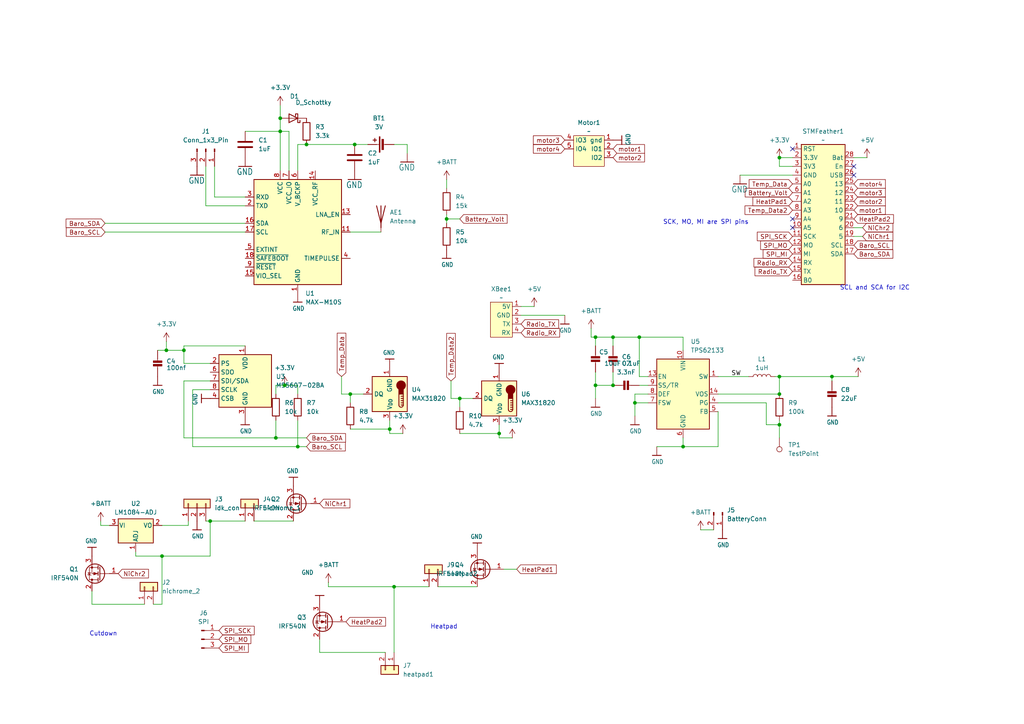
<source format=kicad_sch>
(kicad_sch (version 20231120) (generator "eeschema") (generator_version "8.0")
  (paper "A4")
  (lib_symbols
    (symbol "CloudCruiser:MotorDriver"
      (property "Reference" "Motor" (at 0 6.35 0))
      (symbol "MotorDriver_1_1"
        (pin input line (at 5.08 3.81 180) (length 2.54) (name "gnd") (number "1"))
        (pin input line (at 5.08 1.27 180) (length 2.54) (name "IO1") (number "2"))
        (pin input line (at 5.08 -1.27 180) (length 2.54) (name "IO2") (number "3"))
        (pin input line (at -8.89 3.81 0) (length 2.54) (name "IO3") (number "4"))
        (pin input line (at -8.89 1.27 0) (length 2.54) (name "IO4") (number "5"))
      )
    )
    (symbol "CloudCruiser:XbeeRadio"
      (property "Reference" "U" (at 0 8.89 0))
      (symbol "XbeeRadio_1_1"
        (pin input line (at 5.08 2.54 180) (length 2.54) (name "5V") (number "1"))
        (pin input line (at 5.08 0 180) (length 2.54) (name "GND") (number "2"))
        (pin input line (at 5.08 -2.54 180) (length 2.54) (name "TX") (number "3"))
        (pin input line (at 5.08 -5.08 180) (length 2.54) (name "RX") (number "4"))
      )
    )
    (symbol "Connector:Conn_01x02_Pin" (pin_names (offset 1.016) hide)
      (property "Reference" "J" (at 0 2.54 0))
      (property "Value" "Conn_01x02_Pin" (at 0 -5.08 0))
      (symbol "Conn_01x02_Pin_1_1"
        (pin passive line (at 5.08 0 180) (length 3.81) (name "Pin_1") (number "1"))
        (pin passive line (at 5.08 -2.54 180) (length 3.81) (name "Pin_2") (number "2"))
      )
    )
    (symbol "Connector:Conn_01x03_Pin" (pin_names (offset 1.016) hide)
      (property "Reference" "J" (at 0 5.08 0))
      (property "Value" "Conn_01x03_Pin" (at 0 -5.08 0))
      (symbol "Conn_01x03_Pin_1_1"
        (pin passive line (at 5.08 2.54 180) (length 3.81) (name "Pin_1") (number "1"))
        (pin passive line (at 5.08 0 180) (length 3.81) (name "Pin_2") (number "2"))
        (pin passive line (at 5.08 -2.54 180) (length 3.81) (name "Pin_3") (number "3"))
      )
    )
    (symbol "Connector:TestPoint" (pin_numbers hide) (pin_names (offset 0.762) hide)
      (property "Reference" "TP" (at 0 6.858 0))
      (property "Value" "TestPoint" (at 0 5.08 0))
      (symbol "TestPoint_1_1"
        (pin passive line (at 0 0 90) (length 2.54) (name "1") (number "1"))
      )
    )
    (symbol "Connector_Generic:Conn_01x02" (pin_names (offset 1.016) hide)
      (property "Reference" "J" (at 0 2.54 0))
      (property "Value" "Conn_01x02" (at 0 -5.08 0))
      (symbol "Conn_01x02_1_1"
        (pin passive line (at -5.08 0 0) (length 3.81) (name "Pin_1") (number "1"))
        (pin passive line (at -5.08 -2.54 0) (length 3.81) (name "Pin_2") (number "2"))
      )
    )
    (symbol "Connector_Generic:Conn_01x03" (pin_names (offset 1.016) hide)
      (property "Reference" "J" (at 0 5.08 0))
      (property "Value" "Conn_01x03" (at 0 -5.08 0))
      (symbol "Conn_01x03_1_1"
        (pin passive line (at -5.08 2.54 0) (length 3.81) (name "Pin_1") (number "1"))
        (pin passive line (at -5.08 0 0) (length 3.81) (name "Pin_2") (number "2"))
        (pin passive line (at -5.08 -2.54 0) (length 3.81) (name "Pin_3") (number "3"))
      )
    )
    (symbol "Device:Antenna" (pin_numbers hide) (pin_names (offset 1.016) hide)
      (property "Reference" "AE" (at -1.905 1.905 0))
      (property "Value" "Antenna" (at -1.905 0 0))
      (symbol "Antenna_1_1"
        (pin input line (at 0 -5.08 90) (length 2.54) (name "A") (number "1"))
      )
    )
    (symbol "Device:Battery_Cell" (pin_numbers hide) (pin_names (offset 0) hide)
      (property "Reference" "BT" (at 2.54 2.54 0))
      (property "Value" "Battery_Cell" (at 2.54 0 0))
      (symbol "Battery_Cell_1_1"
        (pin passive line (at 0 5.08 270) (length 2.54) (name "+") (number "1"))
        (pin passive line (at 0 -2.54 90) (length 2.54) (name "-") (number "2"))
      )
    )
    (symbol "Device:C" (pin_numbers hide) (pin_names (offset 0.254))
      (property "Reference" "C" (at 0.635 2.54 0))
      (property "Value" "C" (at 0.635 -2.54 0))
      (symbol "C_1_1"
        (pin passive line (at 0 3.81 270) (length 2.794) (name "~") (number "1"))
        (pin passive line (at 0 -3.81 90) (length 2.794) (name "~") (number "2"))
      )
    )
    (symbol "Device:D_Schottky" (pin_numbers hide) (pin_names (offset 1.016) hide)
      (property "Reference" "D" (at 0 2.54 0))
      (property "Value" "D_Schottky" (at 0 -2.54 0))
      (symbol "D_Schottky_1_1"
        (pin passive line (at -3.81 0 0) (length 2.54) (name "K") (number "1"))
        (pin passive line (at 3.81 0 180) (length 2.54) (name "A") (number "2"))
      )
    )
    (symbol "Device:L" (pin_numbers hide) (pin_names (offset 1.016) hide)
      (property "Reference" "L" (at -1.27 0 90))
      (property "Value" "L" (at 1.905 0 90))
      (symbol "L_1_1"
        (pin passive line (at 0 3.81 270) (length 1.27) (name "1") (number "1"))
        (pin passive line (at 0 -3.81 90) (length 1.27) (name "2") (number "2"))
      )
    )
    (symbol "Device:R" (pin_numbers hide) (pin_names (offset 0))
      (property "Reference" "R" (at 2.032 0 90))
      (property "Value" "R" (at 0 0 90))
      (symbol "R_1_1"
        (pin passive line (at 0 3.81 270) (length 1.27) (name "~") (number "1"))
        (pin passive line (at 0 -3.81 90) (length 1.27) (name "~") (number "2"))
      )
    )
    (symbol "FeatherF405_1"
      (property "Reference" "STMFeather1" (at -1.27 15.24 0))
      (property "Value" "~" (at -1.27 12.7 0))
      (symbol "FeatherF405_1_1_1"
        (pin input line (at -10.16 10.16 0) (length 2.54) (name "RST") (number "1"))
        (pin input line (at -10.16 -12.7 0) (length 2.54) (name "A5") (number "10"))
        (pin input line (at -10.16 -15.24 0) (length 2.54) (name "SCK") (number "11"))
        (pin input line (at -10.16 -17.78 0) (length 2.54) (name "MO") (number "12"))
        (pin input line (at -10.16 -20.32 0) (length 2.54) (name "MI") (number "13"))
        (pin input line (at -10.16 -22.86 0) (length 2.54) (name "RX") (number "14"))
        (pin input line (at -10.16 -25.4 0) (length 2.54) (name "TX") (number "15"))
        (pin input line (at -10.16 -27.94 0) (length 2.54) (name "B0") (number "16"))
        (pin input line (at 7.62 -20.32 180) (length 2.54) (name "SDA") (number "17"))
        (pin input line (at 7.62 -17.78 180) (length 2.54) (name "SCL") (number "18"))
        (pin input line (at 7.62 -15.24 180) (length 2.54) (name "5") (number "19"))
        (pin input line (at -10.16 7.62 0) (length 2.54) (name "3.3V") (number "2"))
        (pin input line (at 7.62 -12.7 180) (length 2.54) (name "6") (number "20"))
        (pin input line (at 7.62 -10.16 180) (length 2.54) (name "9") (number "21"))
        (pin input line (at 7.62 -7.62 180) (length 2.54) (name "10") (number "22"))
        (pin input line (at 7.62 -5.08 180) (length 2.54) (name "11") (number "23"))
        (pin input line (at 7.62 -2.54 180) (length 2.54) (name "12") (number "24"))
        (pin input line (at 7.62 0 180) (length 2.54) (name "13") (number "25"))
        (pin input line (at 7.62 2.54 180) (length 2.54) (name "USB") (number "26"))
        (pin input line (at 7.62 5.08 180) (length 2.54) (name "En") (number "27"))
        (pin input line (at 7.62 7.62 180) (length 2.54) (name "Bat") (number "28"))
        (pin input line (at -10.16 5.08 0) (length 2.54) (name "3V3") (number "3"))
        (pin input line (at -10.16 2.54 0) (length 2.54) (name "GND") (number "4"))
        (pin input line (at -10.16 0 0) (length 2.54) (name "A0") (number "5"))
        (pin input line (at -10.16 -2.54 0) (length 2.54) (name "A1") (number "6"))
        (pin input line (at -10.16 -5.08 0) (length 2.54) (name "A2") (number "7"))
        (pin input line (at -10.16 -7.62 0) (length 2.54) (name "A3") (number "8"))
        (pin input line (at -10.16 -10.16 0) (length 2.54) (name "A4") (number "9"))
      )
    )
    (symbol "Ngo_Andrew_GHOUL_Draft-eagle-import:CAP_CERAMIC0603_NO"
      (property "Reference" "C" (at -2.29 1.25 90))
      (symbol "CAP_CERAMIC0603_NO_1_0"
        (pin passive line (at 0 5.08 270) (length 2.54) (name "1") (number "1"))
        (pin passive line (at 0 -2.54 90) (length 2.54) (name "2") (number "2"))
      )
    )
    (symbol "Ngo_Andrew_GHOUL_Draft-eagle-import:GND" (power)
      (symbol "GND_1_0"
        (pin power_in line (at 0 2.54 270) (length 2.54) (name "GND") (number "1"))
      )
    )
    (symbol "Ngo_Andrew_GHOUL_Draft-eagle-import:supply1_GND" (power)
      (symbol "supply1_GND_1_0"
        (pin power_in line (at 0 2.54 270) (length 2.54) (name "GND") (number "1"))
      )
    )
    (symbol "RF_GPS:MAX-M10S"
      (property "Reference" "U" (at -10.16 16.51 0))
      (property "Value" "MAX-M10S" (at 11.43 16.51 0))
      (symbol "MAX-M10S_1_1"
        (pin power_in line (at 0 -17.78 90) (length 2.54) (name "GND") (number "1"))
        (pin passive line (at 0 -17.78 90) (length 2.54) hide (name "GND") (number "10"))
        (pin input line (at 15.24 0 180) (length 2.54) (name "RF_IN") (number "11"))
        (pin passive line (at 0 -17.78 90) (length 2.54) hide (name "GND") (number "12"))
        (pin output line (at 15.24 5.08 180) (length 2.54) (name "LNA_EN") (number "13"))
        (pin power_out line (at 5.08 17.78 270) (length 2.54) (name "VCC_RF") (number "14"))
        (pin input line (at -15.24 -12.7 0) (length 2.54) (name "VIO_SEL") (number "15"))
        (pin bidirectional line (at -15.24 2.54 0) (length 2.54) (name "SDA") (number "16"))
        (pin input line (at -15.24 0 0) (length 2.54) (name "SCL") (number "17"))
        (pin input line (at -15.24 -7.62 0) (length 2.54) (name "~{SAFEBOOT}") (number "18"))
        (pin output line (at -15.24 7.62 0) (length 2.54) (name "TXD") (number "2"))
        (pin input line (at -15.24 10.16 0) (length 2.54) (name "RXD") (number "3"))
        (pin output line (at 15.24 -7.62 180) (length 2.54) (name "TIMEPULSE") (number "4"))
        (pin input line (at -15.24 -5.08 0) (length 2.54) (name "EXTINT") (number "5"))
        (pin power_in line (at 0 17.78 270) (length 2.54) (name "V_BCKP") (number "6"))
        (pin power_in line (at -2.54 17.78 270) (length 2.54) (name "VCC_IO") (number "7"))
        (pin power_in line (at -5.08 17.78 270) (length 2.54) (name "VCC") (number "8"))
        (pin input line (at -15.24 -10.16 0) (length 2.54) (name "~{RESET}") (number "9"))
      )
    )
    (symbol "Regulator_Linear:LM1084-ADJ" (pin_names (offset 0.254))
      (property "Reference" "U" (at -3.81 3.175 0))
      (property "Value" "LM1084-ADJ" (at 0 3.175 0))
      (symbol "LM1084-ADJ_1_1"
        (pin input line (at 0 -7.62 90) (length 2.54) (name "ADJ") (number "1"))
        (pin power_out line (at 7.62 0 180) (length 2.54) (name "VO") (number "2"))
        (pin power_in line (at -7.62 0 0) (length 2.54) (name "VI") (number "3"))
      )
    )
    (symbol "Regulator_Switching:TPS62133" (pin_names (offset 0.254))
      (property "Reference" "U" (at 3.81 13.97 0))
      (property "Value" "TPS62133" (at 3.81 11.43 0))
      (symbol "TPS62133_1_1"
        (pin output line (at 10.16 5.08 180) (length 2.54) (name "SW") (number "1"))
        (pin power_in line (at 0 12.7 270) (length 2.54) (name "VIN") (number "10"))
        (pin passive line (at 0 12.7 270) (length 2.54) hide (name "VIN") (number "11"))
        (pin passive line (at 0 12.7 270) (length 2.54) hide (name "VIN") (number "12"))
        (pin input line (at -10.16 5.08 0) (length 2.54) (name "EN") (number "13"))
        (pin input line (at 10.16 0 180) (length 2.54) (name "VOS") (number "14"))
        (pin passive line (at 0 -12.7 90) (length 2.54) hide (name "GND") (number "15"))
        (pin passive line (at 0 -12.7 90) (length 2.54) hide (name "GND") (number "16"))
        (pin passive line (at 0 -12.7 90) (length 2.54) hide (name "GND") (number "17"))
        (pin passive line (at 10.16 5.08 180) (length 2.54) hide (name "SW") (number "2"))
        (pin passive line (at 10.16 5.08 180) (length 2.54) hide (name "SW") (number "3"))
        (pin open_collector line (at 10.16 -2.54 180) (length 2.54) (name "PG") (number "4"))
        (pin input line (at 10.16 -5.08 180) (length 2.54) (name "FB") (number "5"))
        (pin power_in line (at 0 -12.7 90) (length 2.54) (name "GND") (number "6"))
        (pin input line (at -10.16 -2.54 0) (length 2.54) (name "FSW") (number "7"))
        (pin input line (at -10.16 0 0) (length 2.54) (name "DEF") (number "8"))
        (pin input line (at -10.16 2.54 0) (length 2.54) (name "SS/TR") (number "9"))
      )
    )
    (symbol "Sensor_Pressure:MS5607-02BA"
      (property "Reference" "U" (at -6.35 8.89 0))
      (property "Value" "MS5607-02BA" (at 7.62 8.89 0))
      (symbol "MS5607-02BA_1_1"
        (pin power_in line (at 0 10.16 270) (length 2.54) (name "VDD") (number "1"))
        (pin input line (at -10.16 5.08 0) (length 2.54) (name "PS") (number "2"))
        (pin power_in line (at 0 -10.16 90) (length 2.54) (name "GND") (number "3"))
        (pin input line (at -10.16 -5.08 0) (length 2.54) (name "CSB") (number "4"))
        (pin input line (at -10.16 -5.08 0) (length 2.54) hide (name "CSB") (number "5"))
        (pin output line (at -10.16 2.54 0) (length 2.54) (name "SDO") (number "6"))
        (pin bidirectional line (at -10.16 0 0) (length 2.54) (name "SDI/SDA") (number "7"))
        (pin input line (at -10.16 -2.54 0) (length 2.54) (name "SCLK") (number "8"))
      )
    )
    (symbol "Sensor_Temperature:MAX31820"
      (property "Reference" "U" (at -3.81 6.35 0))
      (property "Value" "MAX31820" (at 6.35 6.35 0))
      (symbol "MAX31820_1_1"
        (pin power_in line (at 0 -7.62 90) (length 2.54) (name "GND") (number "1"))
        (pin bidirectional line (at 7.62 0 180) (length 2.54) (name "DQ") (number "2"))
        (pin power_in line (at 0 7.62 270) (length 2.54) (name "V_{DD}") (number "3"))
      )
    )
    (symbol "Transistor_FET:IRF540N" (pin_names hide)
      (property "Reference" "Q" (at 5.08 1.905 0))
      (property "Value" "IRF540N" (at 5.08 0 0))
      (symbol "IRF540N_1_1"
        (pin input line (at -5.08 0 0) (length 2.54) (name "G") (number "1"))
        (pin passive line (at 2.54 5.08 270) (length 2.54) (name "D") (number "2"))
        (pin passive line (at 2.54 -5.08 90) (length 2.54) (name "S") (number "3"))
      )
    )
    (symbol "power:+3.3V" (power) (pin_numbers hide) (pin_names (offset 0) hide)
      (property "Value" "+3.3V" (at 0 3.556 0))
      (symbol "+3.3V_1_1"
        (pin power_in line (at 0 0 90) (length 0) (name "~") (number "1"))
      )
    )
    (symbol "power:+5V" (power) (pin_numbers hide) (pin_names (offset 0) hide)
      (property "Value" "+5V" (at 0 3.556 0))
      (symbol "+5V_1_1"
        (pin power_in line (at 0 0 90) (length 0) (name "~") (number "1"))
      )
    )
    (symbol "power:+BATT" (power) (pin_numbers hide) (pin_names (offset 0) hide)
      (property "Value" "+BATT" (at 0 3.556 0))
      (symbol "+BATT_1_1"
        (pin power_in line (at 0 0 90) (length 0) (name "~") (number "1"))
      )
    )
  )
  (junction (at 81.28 38.1))
  (junction (at 226.06 45.72))
  (junction (at 172.72 97.79))
  (junction (at 241.3 109.22))
  (junction (at 177.8 111.76))
  (junction (at 48.26 101.6))
  (junction (at 101.6 114.3))
  (junction (at 172.72 111.76))
  (junction (at 177.8 97.79))
  (junction (at 185.42 97.79))
  (junction (at 88.9 41.91))
  (junction (at 82.55 111.76))
  (junction (at 226.06 123.19))
  (junction (at 113.03 124.46))
  (junction (at 133.35 115.57))
  (junction (at 46.99 161.29))
  (junction (at 80.01 127))
  (junction (at 60.96 151.13))
  (junction (at 226.06 109.22))
  (junction (at 226.06 114.3))
  (junction (at 114.3 170.18))
  (junction (at 184.15 116.84))
  (junction (at 86.36 129.54))
  (junction (at 198.12 129.54))
  (junction (at 144.78 125.73))
  (junction (at 102.87 41.91))
  (junction (at 129.54 63.5))
  (junction (at 53.34 101.6))
  (junction (at 81.28 34.29))
  (no_connect (at 229.87 63.5))
  (no_connect (at 247.65 48.26))
  (no_connect (at 229.87 43.18))
  (no_connect (at 229.87 66.04))
  (no_connect (at 247.65 50.8))
  (wire (pts (xy 116.84 125.73) (xy 113.03 125.73)))
  (wire (pts (xy 55.88 129.54) (xy 86.36 129.54)))
  (wire (pts (xy 203.2 153.67) (xy 207.01 153.67)))
  (wire (pts (xy 190.5 129.54) (xy 198.12 129.54)))
  (wire (pts (xy 177.8 107.95) (xy 177.8 111.76)))
  (wire (pts (xy 54.61 151.13) (xy 54.61 152.4)))
  (wire (pts (xy 172.72 115.57) (xy 172.72 111.76)))
  (wire (pts (xy 184.15 116.84) (xy 184.15 120.65)))
  (wire (pts (xy 30.48 64.77) (xy 71.12 64.77)))
  (wire (pts (xy 60.96 151.13) (xy 71.12 151.13)))
  (wire (pts (xy 172.72 107.95) (xy 172.72 111.76)))
  (wire (pts (xy 172.72 97.79) (xy 177.8 97.79)))
  (wire (pts (xy 59.69 59.69) (xy 71.12 59.69)))
  (wire (pts (xy 187.96 116.84) (xy 184.15 116.84)))
  (wire (pts (xy 226.06 48.26) (xy 226.06 45.72)))
  (wire (pts (xy 171.45 97.79) (xy 172.72 97.79)))
  (wire (pts (xy 60.96 113.03) (xy 55.88 113.03)))
  (wire (pts (xy 86.36 111.76) (xy 82.55 111.76)))
  (wire (pts (xy 146.05 165.1) (xy 149.86 165.1)))
  (wire (pts (xy 118.11 41.91) (xy 118.11 44.45)))
  (wire (pts (xy 102.87 41.91) (xy 106.68 41.91)))
  (wire (pts (xy 129.54 52.07) (xy 129.54 54.61)))
  (wire (pts (xy 71.12 38.1) (xy 81.28 38.1)))
  (wire (pts (xy 95.25 170.18) (xy 114.3 170.18)))
  (wire (pts (xy 81.28 34.29) (xy 81.28 38.1)))
  (wire (pts (xy 29.21 151.13) (xy 29.21 152.4)))
  (wire (pts (xy 208.28 114.3) (xy 226.06 114.3)))
  (wire (pts (xy 41.91 175.26) (xy 26.67 175.26)))
  (wire (pts (xy 184.15 114.3) (xy 184.15 116.84)))
  (wire (pts (xy 144.78 125.73) (xy 144.78 123.19)))
  (wire (pts (xy 124.46 170.18) (xy 114.3 170.18)))
  (wire (pts (xy 177.8 97.79) (xy 185.42 97.79)))
  (wire (pts (xy 214.63 50.8) (xy 229.87 50.8)))
  (wire (pts (xy 226.06 123.19) (xy 226.06 127)))
  (wire (pts (xy 198.12 129.54) (xy 208.28 129.54)))
  (wire (pts (xy 44.45 175.26) (xy 46.99 175.26)))
  (wire (pts (xy 60.96 110.49) (xy 53.34 110.49)))
  (wire (pts (xy 133.35 115.57) (xy 133.35 118.11)))
  (wire (pts (xy 172.72 97.79) (xy 172.72 100.33)))
  (wire (pts (xy 88.9 41.91) (xy 102.87 41.91)))
  (wire (pts (xy 30.48 67.31) (xy 71.12 67.31)))
  (wire (pts (xy 185.42 97.79) (xy 185.42 109.22)))
  (wire (pts (xy 99.06 109.22) (xy 99.06 114.3)))
  (wire (pts (xy 73.66 151.13) (xy 85.09 151.13)))
  (wire (pts (xy 133.35 125.73) (xy 144.78 125.73)))
  (wire (pts (xy 113.03 125.73) (xy 113.03 124.46)))
  (wire (pts (xy 101.6 114.3) (xy 101.6 116.84)))
  (wire (pts (xy 101.6 114.3) (xy 99.06 114.3)))
  (wire (pts (xy 83.82 38.1) (xy 83.82 49.53)))
  (wire (pts (xy 29.21 152.4) (xy 31.75 152.4)))
  (wire (pts (xy 187.96 114.3) (xy 184.15 114.3)))
  (wire (pts (xy 86.36 121.92) (xy 86.36 129.54)))
  (wire (pts (xy 62.23 57.15) (xy 71.12 57.15)))
  (wire (pts (xy 86.36 41.91) (xy 88.9 41.91)))
  (wire (pts (xy 226.06 45.72) (xy 229.87 45.72)))
  (wire (pts (xy 26.67 175.26) (xy 26.67 171.45)))
  (wire (pts (xy 114.3 41.91) (xy 118.11 41.91)))
  (wire (pts (xy 105.41 114.3) (xy 101.6 114.3)))
  (wire (pts (xy 39.37 160.02) (xy 39.37 161.29)))
  (wire (pts (xy 39.37 161.29) (xy 46.99 161.29)))
  (wire (pts (xy 45.72 101.6) (xy 48.26 101.6)))
  (wire (pts (xy 46.99 175.26) (xy 46.99 161.29)))
  (wire (pts (xy 187.96 109.22) (xy 185.42 109.22)))
  (wire (pts (xy 129.54 62.23) (xy 129.54 63.5)))
  (wire (pts (xy 81.28 30.48) (xy 81.28 34.29)))
  (wire (pts (xy 247.65 45.72) (xy 251.46 45.72)))
  (wire (pts (xy 177.8 97.79) (xy 177.8 100.33)))
  (wire (pts (xy 113.03 124.46) (xy 113.03 121.92)))
  (wire (pts (xy 81.28 38.1) (xy 81.28 49.53)))
  (wire (pts (xy 92.71 189.23) (xy 92.71 185.42)))
  (wire (pts (xy 127 170.18) (xy 138.43 170.18)))
  (wire (pts (xy 129.54 63.5) (xy 133.35 63.5)))
  (wire (pts (xy 53.34 127) (xy 80.01 127)))
  (wire (pts (xy 81.28 38.1) (xy 83.82 38.1)))
  (wire (pts (xy 144.78 127) (xy 144.78 125.73)))
  (wire (pts (xy 86.36 114.3) (xy 86.36 111.76)))
  (wire (pts (xy 148.59 127) (xy 144.78 127)))
  (wire (pts (xy 86.36 129.54) (xy 88.9 129.54)))
  (wire (pts (xy 229.87 48.26) (xy 226.06 48.26)))
  (wire (pts (xy 198.12 127) (xy 198.12 129.54)))
  (wire (pts (xy 222.25 116.84) (xy 222.25 123.19)))
  (wire (pts (xy 95.25 168.91) (xy 95.25 170.18)))
  (wire (pts (xy 114.3 170.18) (xy 114.3 189.23)))
  (wire (pts (xy 172.72 111.76) (xy 177.8 111.76)))
  (wire (pts (xy 185.42 97.79) (xy 198.12 97.79)))
  (wire (pts (xy 226.06 121.92) (xy 226.06 123.19)))
  (wire (pts (xy 55.88 113.03) (xy 55.88 129.54)))
  (wire (pts (xy 101.6 124.46) (xy 113.03 124.46)))
  (wire (pts (xy 185.42 111.76) (xy 187.96 111.76)))
  (wire (pts (xy 208.28 116.84) (xy 222.25 116.84)))
  (wire (pts (xy 241.3 109.22) (xy 248.92 109.22)))
  (wire (pts (xy 208.28 109.22) (xy 217.17 109.22)))
  (wire (pts (xy 53.34 100.33) (xy 71.12 100.33)))
  (wire (pts (xy 86.36 49.53) (xy 86.36 41.91)))
  (wire (pts (xy 130.81 110.49) (xy 130.81 115.57)))
  (wire (pts (xy 208.28 129.54) (xy 208.28 119.38)))
  (wire (pts (xy 80.01 127) (xy 88.9 127)))
  (wire (pts (xy 59.69 48.26) (xy 59.69 59.69)))
  (wire (pts (xy 171.45 95.25) (xy 171.45 97.79)))
  (wire (pts (xy 241.3 109.22) (xy 241.3 110.49)))
  (wire (pts (xy 46.99 152.4) (xy 54.61 152.4)))
  (wire (pts (xy 53.34 110.49) (xy 53.34 127)))
  (wire (pts (xy 222.25 123.19) (xy 226.06 123.19)))
  (wire (pts (xy 46.99 161.29) (xy 60.96 161.29)))
  (wire (pts (xy 80.01 111.76) (xy 80.01 114.3)))
  (wire (pts (xy 80.01 121.92) (xy 80.01 127)))
  (wire (pts (xy 60.96 161.29) (xy 60.96 151.13)))
  (wire (pts (xy 129.54 63.5) (xy 129.54 64.77)))
  (wire (pts (xy 137.16 115.57) (xy 133.35 115.57)))
  (wire (pts (xy 48.26 99.06) (xy 48.26 101.6)))
  (wire (pts (xy 224.79 109.22) (xy 226.06 109.22)))
  (wire (pts (xy 62.23 48.26) (xy 62.23 57.15)))
  (wire (pts (xy 101.6 67.31) (xy 110.49 67.31)))
  (wire (pts (xy 226.06 109.22) (xy 241.3 109.22)))
  (wire (pts (xy 53.34 100.33) (xy 53.34 101.6)))
  (wire (pts (xy 48.26 101.6) (xy 53.34 101.6)))
  (wire (pts (xy 60.96 105.41) (xy 53.34 105.41)))
  (wire (pts (xy 82.55 111.76) (xy 80.01 111.76)))
  (wire (pts (xy 247.65 68.58) (xy 250.19 68.58)))
  (wire (pts (xy 226.06 109.22) (xy 226.06 114.3)))
  (wire (pts (xy 92.71 189.23) (xy 111.76 189.23)))
  (wire (pts (xy 133.35 115.57) (xy 130.81 115.57)))
  (wire (pts (xy 250.19 66.04) (xy 247.65 66.04)))
  (wire (pts (xy 53.34 101.6) (xy 53.34 105.41)))
  (wire (pts (xy 151.13 88.9) (xy 154.94 88.9)))
  (wire (pts (xy 59.69 151.13) (xy 60.96 151.13)))
  (wire (pts (xy 198.12 97.79) (xy 198.12 101.6)))
  (wire (pts (xy 151.13 91.44) (xy 163.83 91.44)))
  (text "Heatpad" (at 128.778 181.864 0) (effects (font (size 1.27 1.27))))
  (text "Cutdown\n" (at 29.972 183.896 0) (effects (font (size 1.27 1.27))))
  (text "SCL and SCA for I2C\n" (at 253.746 83.566 0) (effects (font (size 1.27 1.27))))
  (text "SCK, MO, MI are SPI pins" (at 204.724 64.516 0) (effects (font (size 1.27 1.27))))
  (label "SW" (at 212.09 109.22 0))
  (global_label "SPI_MO" (shape input) (at 229.87 71.12 180) (property "Intersheetrefs" "${INTERSHEET_REFS}" (effects (hide yes))))
  (global_label "motor2" (shape input) (at 177.8 45.72 0) (property "Intersheetrefs" "${INTERSHEET_REFS}" (effects (hide yes))))
  (global_label "NiChr1" (shape input) (at 250.19 68.58 0) (property "Intersheetrefs" "${INTERSHEET_REFS}" (effects (hide yes))))
  (global_label "Baro_SCL" (shape input) (at 30.48 67.31 180) (property "Intersheetrefs" "${INTERSHEET_REFS}" (effects (hide yes))))
  (global_label "Temp_Data" (shape input) (at 99.06 109.22 90) (property "Intersheetrefs" "${INTERSHEET_REFS}" (effects (hide yes))))
  (global_label "Baro_SCL" (shape input) (at 88.9 129.54 0) (property "Intersheetrefs" "${INTERSHEET_REFS}" (effects (hide yes))))
  (global_label "SPI_MI" (shape input) (at 229.87 73.66 180) (property "Intersheetrefs" "${INTERSHEET_REFS}" (effects (hide yes))))
  (global_label "Temp_Data" (shape input) (at 229.87 53.34 180) (property "Intersheetrefs" "${INTERSHEET_REFS}" (effects (hide yes))))
  (global_label "motor2" (shape input) (at 247.65 58.42 0) (property "Intersheetrefs" "${INTERSHEET_REFS}" (effects (hide yes))))
  (global_label "SPI_MO" (shape input) (at 63.5 185.42 0) (property "Intersheetrefs" "${INTERSHEET_REFS}" (effects (hide yes))))
  (global_label "Radio_TX" (shape input) (at 229.87 78.74 180) (property "Intersheetrefs" "${INTERSHEET_REFS}" (effects (hide yes))))
  (global_label "Battery_Volt" (shape input) (at 229.87 55.88 180) (property "Intersheetrefs" "${INTERSHEET_REFS}" (effects (hide yes))))
  (global_label "motor1" (shape input) (at 177.8 43.18 0) (property "Intersheetrefs" "${INTERSHEET_REFS}" (effects (hide yes))))
  (global_label "Baro_SDA" (shape input) (at 88.9 127 0) (property "Intersheetrefs" "${INTERSHEET_REFS}" (effects (hide yes))))
  (global_label "NiChr2" (shape input) (at 250.19 66.04 0) (property "Intersheetrefs" "${INTERSHEET_REFS}" (effects (hide yes))))
  (global_label "SPI_MI" (shape input) (at 63.5 187.96 0) (property "Intersheetrefs" "${INTERSHEET_REFS}" (effects (hide yes))))
  (global_label "motor3" (shape input) (at 163.83 40.64 180) (property "Intersheetrefs" "${INTERSHEET_REFS}" (effects (hide yes))))
  (global_label "motor1" (shape input) (at 247.65 60.96 0) (property "Intersheetrefs" "${INTERSHEET_REFS}" (effects (hide yes))))
  (global_label "SPI_SCK" (shape input) (at 63.5 182.88 0) (property "Intersheetrefs" "${INTERSHEET_REFS}" (effects (hide yes))))
  (global_label "Temp_Data2" (shape input) (at 229.87 60.96 180) (property "Intersheetrefs" "${INTERSHEET_REFS}" (effects (hide yes))))
  (global_label "NiChr2" (shape input) (at 34.29 166.37 0) (property "Intersheetrefs" "${INTERSHEET_REFS}" (effects (hide yes))))
  (global_label "Baro_SDA" (shape input) (at 247.65 73.66 0) (property "Intersheetrefs" "${INTERSHEET_REFS}" (effects (hide yes))))
  (global_label "HeatPad2" (shape input) (at 247.65 63.5 0) (property "Intersheetrefs" "${INTERSHEET_REFS}" (effects (hide yes))))
  (global_label "Battery_Volt" (shape input) (at 133.35 63.5 0) (property "Intersheetrefs" "${INTERSHEET_REFS}" (effects (hide yes))))
  (global_label "HeatPad1" (shape input) (at 229.87 58.42 180) (property "Intersheetrefs" "${INTERSHEET_REFS}" (effects (hide yes))))
  (global_label "Radio_RX" (shape input) (at 229.87 76.2 180) (property "Intersheetrefs" "${INTERSHEET_REFS}" (effects (hide yes))))
  (global_label "Radio_RX" (shape input) (at 151.13 96.52 0) (property "Intersheetrefs" "${INTERSHEET_REFS}" (effects (hide yes))))
  (global_label "NiChr1" (shape input) (at 92.71 146.05 0) (property "Intersheetrefs" "${INTERSHEET_REFS}" (effects (hide yes))))
  (global_label "Baro_SDA" (shape input) (at 30.48 64.77 180) (property "Intersheetrefs" "${INTERSHEET_REFS}" (effects (hide yes))))
  (global_label "Baro_SCL" (shape input) (at 247.65 71.12 0) (property "Intersheetrefs" "${INTERSHEET_REFS}" (effects (hide yes))))
  (global_label "motor4" (shape input) (at 163.83 43.18 180) (property "Intersheetrefs" "${INTERSHEET_REFS}" (effects (hide yes))))
  (global_label "motor4" (shape input) (at 247.65 53.34 0) (property "Intersheetrefs" "${INTERSHEET_REFS}" (effects (hide yes))))
  (global_label "motor3" (shape input) (at 247.65 55.88 0) (property "Intersheetrefs" "${INTERSHEET_REFS}" (effects (hide yes))))
  (global_label "HeatPad2" (shape input) (at 100.33 180.34 0) (property "Intersheetrefs" "${INTERSHEET_REFS}" (effects (hide yes))))
  (global_label "Temp_Data2" (shape input) (at 130.81 110.49 90) (property "Intersheetrefs" "${INTERSHEET_REFS}" (effects (hide yes))))
  (global_label "SPI_SCK" (shape input) (at 229.87 68.58 180) (property "Intersheetrefs" "${INTERSHEET_REFS}" (effects (hide yes))))
  (global_label "HeatPad1" (shape input) (at 149.86 165.1 0) (property "Intersheetrefs" "${INTERSHEET_REFS}" (effects (hide yes))))
  (global_label "Radio_TX" (shape input) (at 151.13 93.98 0) (property "Intersheetrefs" "${INTERSHEET_REFS}" (effects (hide yes))))
  (symbol (lib_id "Device:Antenna") (at 110.49 62.23 0) (unit 1)
    (property "Reference" "AE1" (at 113.03 61.5949 0) (effects (justify left)))
    (property "Value" "Antenna" (at 113.03 64.1349 0) (effects (justify left)))
    (property "Footprint" "CloudCruiser_footprint:ANT_1575AT_JOT-M" (effects (hide yes)))
    (property "Description" "Antenna" (effects (hide yes)))
  )
  (symbol (lib_id "Connector:TestPoint") (at 226.06 127 180) (unit 1)
    (property "Reference" "TP1" (at 228.6 129.0319 0) (effects (justify right)))
    (property "Value" "TestPoint" (at 228.6 131.5719 0) (effects (justify right)))
    (property "Footprint" "TestPoint:TestPoint_Keystone_5000-5004_Miniature" (effects (hide yes)))
    (property "Description" "test point" (effects (hide yes)))
  )
  (symbol (lib_id "Device:R") (at 101.6 120.65 0) (unit 1)
    (property "Reference" "R8" (at 104.14 119.3799 0) (effects (justify left)))
    (property "Value" "4.7k" (at 104.14 121.9199 0) (effects (justify left)))
    (property "Footprint" "Resistor_SMD:R_0603_1608Metric_Pad0.98x0.95mm_HandSolder" (effects (hide yes)))
    (property "Description" "Resistor" (effects (hide yes)))
  )
  (symbol (lib_id "Device:R") (at 88.9 38.1 180) (unit 1)
    (property "Reference" "R3" (at 91.44 36.8299 0) (effects (justify right)))
    (property "Value" "3.3k" (at 91.44 39.3699 0) (effects (justify right)))
    (property "Footprint" "Resistor_SMD:R_0603_1608Metric_Pad0.98x0.95mm_HandSolder" (effects (hide yes)))
    (property "Description" "Resistor" (effects (hide yes)))
  )
  (symbol (lib_id "Sensor_Pressure:MS5607-02BA") (at 71.12 110.49 0) (unit 1)
    (property "Reference" "U3" (at 80.01 109.2199 0) (effects (justify left)))
    (property "Value" "MS5607-02BA" (at 80.01 111.7599 0) (effects (justify left)))
    (property "Footprint" "Package_LGA:LGA-8_3x5mm_P1.25mm" (effects (hide yes)))
    (property "Datasheet" "https://www.te.com/commerce/DocumentDelivery/DDEController?Action=showdoc&DocId=Data+Sheet%7FMS5607-02BA03%7FB2%7Fpdf%7FEnglish%7FENG_DS_MS5607-02BA03_B2.pdf%7FCAT-BLPS0035" (effects (hide yes)))
    (property "Description" "Barometric pressure sensor, 20cm resolution, 10 to 1200 mbar, I2C and SPI interface up to 20MHz, LGA-8" (effects (hide yes)))
  )
  (symbol (lib_id "power:+5V") (at 248.92 109.22 0) (unit 1)
    (property "Reference" "#PWR07" (effects (hide yes)))
    (property "Value" "+5V" (at 248.92 104.14 0))
    (property "Description" "Power symbol creates a global label with name \"+5V\"" (effects (hide yes)))
  )
  (symbol (lib_id "power:+3.3V") (at 81.28 30.48 0) (unit 1)
    (property "Reference" "#PWR012" (effects (hide yes)))
    (property "Value" "+3.3V" (at 81.28 25.4 0))
    (property "Description" "Power symbol creates a global label with name \"+3.3V\"" (effects (hide yes)))
  )
  (symbol (lib_id "Ngo_Andrew_GHOUL_Draft-eagle-import:CAP_CERAMIC0603_NO") (at 177.8 105.41 0) (unit 1)
    (property "Reference" "C6" (at 180.34 103.5049 0) (effects (justify left)))
    (property "Value" "0.1uF" (at 180.34 105.41 0) (effects (justify left)))
    (property "Footprint" "Capacitor_SMD:C_0603_1608Metric_Pad1.08x0.95mm_HandSolder" (effects (hide yes)))
    (property "Description" "Ceramic Capacitors\n\nFor new designs, use the packages preceded by an '_' character since they are more reliable:\n\nThe following footprints should be used on most boards:\n\n• _0402 - Standard footprint for regular board layouts\n• _0603 - Standard footprint for regular board layouts\n• _0805 - Standard footprint for regular board layouts\n• _1206 - Standard footprint for regular board layouts\n\nFor extremely tight-pitch boards where space is at a premium, the following 'micro-pitch' footprints can be used (smaller pads, no silkscreen outline, etc.):\n\n• _0402MP - Micro-pitch footprint for very dense/compact boards\n• _0603MP - Micro-pitch footprint for very dense/compact boards\n• _0805MP - Micro-pitch footprint for very dense/compact boards\n• _1206MP - Micro-pitch footprint for very dense/compact boards" (effects (hide yes)))
  )
  (symbol (lib_id "Ngo_Andrew_GHOUL_Draft-eagle-import:GND") (at 163.83 93.98 0) (unit 1)
    (property "Reference" "#U$016" (effects (hide yes)))
    (property "Value" "GND" (at 162.306 96.52 0) (effects (font (size 1.27 1.0795)) (justify left bottom)))
  )
  (symbol (lib_id "Transistor_FET:IRF540N") (at 29.21 166.37 180) (unit 1)
    (property "Reference" "Q1" (at 22.86 165.0999 0) (effects (justify left)))
    (property "Value" "IRF540N" (at 22.86 167.6399 0) (effects (justify left)))
    (property "Footprint" "Package_TO_SOT_THT:TO-220-3_Vertical" (effects (hide yes)))
    (property "Datasheet" "http://www.irf.com/product-info/datasheets/data/irf540n.pdf" (effects (hide yes)))
    (property "Description" "33A Id, 100V Vds, HEXFET N-Channel MOSFET, TO-220" (effects (hide yes)))
  )
  (symbol (lib_id "Ngo_Andrew_GHOUL_Draft-eagle-import:CAP_CERAMIC0603_NO") (at 172.72 105.41 0) (unit 1)
    (property "Reference" "C5" (at 173.736 102.108 0) (effects (justify left)))
    (property "Value" "10uF" (at 175.26 105.41 0) (effects (justify left)))
    (property "Footprint" "Capacitor_SMD:C_0805_2012Metric_Pad1.18x1.45mm_HandSolder" (effects (hide yes)))
    (property "Description" "Ceramic Capacitors\n\nFor new designs, use the packages preceded by an '_' character since they are more reliable:\n\nThe following footprints should be used on most boards:\n\n• _0402 - Standard footprint for regular board layouts\n• _0603 - Standard footprint for regular board layouts\n• _0805 - Standard footprint for regular board layouts\n• _1206 - Standard footprint for regular board layouts\n\nFor extremely tight-pitch boards where space is at a premium, the following 'micro-pitch' footprints can be used (smaller pads, no silkscreen outline, etc.):\n\n• _0402MP - Micro-pitch footprint for very dense/compact boards\n• _0603MP - Micro-pitch footprint for very dense/compact boards\n• _0805MP - Micro-pitch footprint for very dense/compact boards\n• _1206MP - Micro-pitch footprint for very dense/compact boards" (effects (hide yes)))
  )
  (symbol (lib_id "Ngo_Andrew_GHOUL_Draft-eagle-import:supply1_GND") (at 214.63 53.34 0) (unit 1)
    (property "Reference" "#GND05" (effects (hide yes)))
    (property "Value" "GND" (at 212.09 55.88 0) (effects (font (size 1.778 1.5113)) (justify left bottom)))
  )
  (symbol (lib_id "Ngo_Andrew_GHOUL_Draft-eagle-import:GND") (at 138.43 157.48 180) (unit 1)
    (property "Reference" "#U$019" (effects (hide yes)))
    (property "Value" "GND" (at 139.954 154.94 0) (effects (font (size 1.27 1.0795)) (justify left bottom)))
  )
  (symbol (lib_id "Device:D_Schottky") (at 85.09 34.29 180) (unit 1)
    (property "Reference" "D1" (at 85.4075 27.94 0))
    (property "Value" "D_Schottky" (at 90.932 29.718 0))
    (property "Footprint" "Diode_SMD:D_SOD-123F" (effects (hide yes)))
    (property "Description" "Schottky diode" (effects (hide yes)))
  )
  (symbol (lib_id "Ngo_Andrew_GHOUL_Draft-eagle-import:GND") (at 85.09 138.43 180) (unit 1)
    (property "Reference" "#U$011" (effects (hide yes)))
    (property "Value" "GND" (at 86.614 135.89 0) (effects (font (size 1.27 1.0795)) (justify left bottom)))
  )
  (symbol (lib_id "Ngo_Andrew_GHOUL_Draft-eagle-import:GND") (at 184.15 123.19 0) (unit 1)
    (property "Reference" "#U$013" (effects (hide yes)))
    (property "Value" "GND" (at 182.626 125.73 0) (effects (font (size 1.27 1.0795)) (justify left bottom)))
  )
  (symbol (lib_id "Device:C") (at 102.87 45.72 0) (unit 1)
    (property "Reference" "C2" (at 106.68 44.4499 0) (effects (justify left)))
    (property "Value" "1uF" (at 106.68 46.9899 0) (effects (justify left)))
    (property "Footprint" "Capacitor_SMD:C_0603_1608Metric_Pad1.08x0.95mm_HandSolder" (effects (hide yes)))
    (property "Description" "Unpolarized capacitor" (effects (hide yes)))
  )
  (symbol (lib_id "CloudCruiser:MotorDriver") (at 172.72 44.45 0) (unit 1)
    (property "Reference" "Motor1" (at 170.815 35.56 0))
    (property "Value" "~" (at 170.815 38.1 0))
    (property "Footprint" "Connector_PinHeader_2.54mm:PinHeader_1x05_P2.54mm_Vertical" (effects (hide yes)))
  )
  (symbol (lib_id "power:+3.3V") (at 148.59 127 0) (unit 1)
    (property "Reference" "#PWR014" (effects (hide yes)))
    (property "Value" "+3.3V" (at 148.59 121.92 0))
    (property "Description" "Power symbol creates a global label with name \"+3.3V\"" (effects (hide yes)))
  )
  (symbol (lib_id "Ngo_Andrew_GHOUL_Draft-eagle-import:GND") (at 86.36 87.63 0) (unit 1)
    (property "Reference" "#U$04" (effects (hide yes)))
    (property "Value" "GND" (at 84.836 90.17 0) (effects (font (size 1.27 1.0795)) (justify left bottom)))
  )
  (symbol (lib_id "Transistor_FET:IRF540N") (at 140.97 165.1 180) (unit 1)
    (property "Reference" "Q4" (at 134.62 163.8299 0) (effects (justify left)))
    (property "Value" "IRF540N" (at 134.62 166.3699 0) (effects (justify left)))
    (property "Footprint" "Package_TO_SOT_THT:TO-220-3_Vertical" (effects (hide yes)))
    (property "Datasheet" "http://www.irf.com/product-info/datasheets/data/irf540n.pdf" (effects (hide yes)))
    (property "Description" "33A Id, 100V Vds, HEXFET N-Channel MOSFET, TO-220" (effects (hide yes)))
  )
  (symbol (lib_id "Ngo_Andrew_GHOUL_Draft-eagle-import:GND") (at 241.3 120.65 0) (unit 1)
    (property "Reference" "#U$015" (effects (hide yes)))
    (property "Value" "GND" (at 239.776 123.19 0) (effects (font (size 1.27 1.0795)) (justify left bottom)))
  )
  (symbol (lib_id "Transistor_FET:IRF540N") (at 87.63 146.05 180) (unit 1)
    (property "Reference" "Q2" (at 81.28 144.7799 0) (effects (justify left)))
    (property "Value" "IRF540N" (at 81.28 147.3199 0) (effects (justify left)))
    (property "Footprint" "Package_TO_SOT_THT:TO-220-3_Vertical" (effects (hide yes)))
    (property "Datasheet" "http://www.irf.com/product-info/datasheets/data/irf540n.pdf" (effects (hide yes)))
    (property "Description" "33A Id, 100V Vds, HEXFET N-Channel MOSFET, TO-220" (effects (hide yes)))
  )
  (symbol (lib_id "Transistor_FET:IRF540N") (at 95.25 180.34 180) (unit 1)
    (property "Reference" "Q3" (at 88.9 179.0699 0) (effects (justify left)))
    (property "Value" "IRF540N" (at 88.9 181.6099 0) (effects (justify left)))
    (property "Footprint" "Package_TO_SOT_THT:TO-220-3_Vertical" (effects (hide yes)))
    (property "Datasheet" "http://www.irf.com/product-info/datasheets/data/irf540n.pdf" (effects (hide yes)))
    (property "Description" "33A Id, 100V Vds, HEXFET N-Channel MOSFET, TO-220" (effects (hide yes)))
  )
  (symbol (lib_id "RF_GPS:MAX-M10S") (at 86.36 67.31 0) (unit 1)
    (property "Reference" "U1" (at 88.5541 85.09 0) (effects (justify left)))
    (property "Value" "MAX-M10S" (at 88.5541 87.63 0) (effects (justify left)))
    (property "Footprint" "RF_GPS:ublox_MAX" (effects (hide yes)))
    (property "Datasheet" "https://content.u-blox.com/sites/default/files/MAX-M10S_DataSheet_UBX-20035208.pdf" (effects (hide yes)))
    (property "Description" "GNSS Module MAX M10, VCC 1.65V to 3.6V" (effects (hide yes)))
  )
  (symbol (lib_id "Ngo_Andrew_GHOUL_Draft-eagle-import:supply1_GND") (at 118.11 46.99 0) (unit 1)
    (property "Reference" "#GND04" (effects (hide yes)))
    (property "Value" "GND" (at 115.57 49.53 0) (effects (font (size 1.778 1.5113)) (justify left bottom)))
  )
  (symbol (lib_id "power:+5V") (at 251.46 45.72 0) (unit 1)
    (property "Reference" "#PWR08" (effects (hide yes)))
    (property "Value" "+5V" (at 251.46 40.64 0))
    (property "Description" "Power symbol creates a global label with name \"+5V\"" (effects (hide yes)))
  )
  (symbol (lib_id "Ngo_Andrew_GHOUL_Draft-eagle-import:GND") (at 172.72 118.11 0) (unit 1)
    (property "Reference" "#U$012" (effects (hide yes)))
    (property "Value" "GND" (at 171.196 120.65 0) (effects (font (size 1.27 1.0795)) (justify left bottom)))
  )
  (symbol (lib_id "Device:R") (at 86.36 118.11 0) (unit 1)
    (property "Reference" "R7" (at 88.9 116.8399 0) (effects (justify left)))
    (property "Value" "10k" (at 88.9 119.3799 0) (effects (justify left)))
    (property "Footprint" "Resistor_SMD:R_0603_1608Metric_Pad0.98x0.95mm_HandSolder" (effects (hide yes)))
    (property "Description" "Resistor" (effects (hide yes)))
  )
  (symbol (lib_id "Connector_Generic:Conn_01x02") (at 71.12 146.05 90) (unit 1)
    (property "Reference" "J4" (at 76.2 144.7799 90) (effects (justify right)))
    (property "Value" "nichrome_1" (at 76.2 147.3199 90) (effects (justify right)))
    (property "Footprint" "Connector_PinHeader_2.54mm:PinHeader_1x02_P2.54mm_Vertical" (effects (hide yes)))
    (property "Description" "Generic connector, single row, 01x02, script generated (kicad-library-utils/schlib/autogen/connector/)" (effects (hide yes)))
  )
  (symbol (lib_id "Connector_Generic:Conn_01x02") (at 41.91 170.18 90) (unit 1)
    (property "Reference" "J2" (at 46.99 168.9099 90) (effects (justify right)))
    (property "Value" "nichrome_2" (at 46.99 171.4499 90) (effects (justify right)))
    (property "Footprint" "Connector_PinHeader_2.54mm:PinHeader_1x02_P2.54mm_Vertical" (effects (hide yes)))
    (property "Description" "Generic connector, single row, 01x02, script generated (kicad-library-utils/schlib/autogen/connector/)" (effects (hide yes)))
  )
  (symbol (lib_id "Device:R") (at 129.54 68.58 180) (unit 1)
    (property "Reference" "R5" (at 132.08 67.3099 0) (effects (justify right)))
    (property "Value" "10k" (at 132.08 69.8499 0) (effects (justify right)))
    (property "Footprint" "Resistor_SMD:R_0603_1608Metric_Pad0.98x0.95mm_HandSolder" (effects (hide yes)))
    (property "Description" "Resistor" (effects (hide yes)))
  )
  (symbol (lib_id "Connector:Conn_01x02_Pin") (at 209.55 148.59 270) (unit 1)
    (property "Reference" "J5" (at 210.82 147.9549 90) (effects (justify left)))
    (property "Value" "BatteryConn" (at 210.82 150.4949 90) (effects (justify left)))
    (property "Footprint" "Connector_PinHeader_2.54mm:PinHeader_1x02_P2.54mm_Vertical" (effects (hide yes)))
    (property "Description" "Generic connector, single row, 01x02, script generated" (effects (hide yes)))
  )
  (symbol (lib_id "Sensor_Temperature:MAX31820") (at 144.78 115.57 180) (unit 1)
    (property "Reference" "U6" (at 151.13 114.2999 0) (effects (justify right)))
    (property "Value" "MAX31820" (at 151.13 116.8399 0) (effects (justify right)))
    (property "Footprint" "Package_TO_SOT_THT:TO-92_Inline" (effects (hide yes)))
    (property "Datasheet" "http://datasheets.maximintegrated.com/en/ds/MAX31820.pdf" (effects (hide yes)))
    (property "Description" "1-Wire Ambient Temperature Sensor TO-92" (effects (hide yes)))
  )
  (symbol (lib_id "power:+BATT") (at 95.25 168.91 0) (unit 1)
    (property "Reference" "#PWR013" (effects (hide yes)))
    (property "Value" "+BATT" (at 95.25 163.83 0))
    (property "Description" "Power symbol creates a global label with name \"+BATT\"" (effects (hide yes)))
  )
  (symbol (lib_id "Ngo_Andrew_GHOUL_Draft-eagle-import:CAP_CERAMIC0603_NO") (at 182.88 111.76 90) (unit 1)
    (property "Reference" "C7" (at 181.61 105.41 90))
    (property "Value" "3.3nF" (at 181.61 107.95 90))
    (property "Footprint" "Capacitor_SMD:C_0603_1608Metric_Pad1.08x0.95mm_HandSolder" (effects (hide yes)))
    (property "Description" "Ceramic Capacitors\n\nFor new designs, use the packages preceded by an '_' character since they are more reliable:\n\nThe following footprints should be used on most boards:\n\n• _0402 - Standard footprint for regular board layouts\n• _0603 - Standard footprint for regular board layouts\n• _0805 - Standard footprint for regular board layouts\n• _1206 - Standard footprint for regular board layouts\n\nFor extremely tight-pitch boards where space is at a premium, the following 'micro-pitch' footprints can be used (smaller pads, no silkscreen outline, etc.):\n\n• _0402MP - Micro-pitch footprint for very dense/compact boards\n• _0603MP - Micro-pitch footprint for very dense/compact boards\n• _0805MP - Micro-pitch footprint for very dense/compact boards\n• _1206MP - Micro-pitch footprint for very dense/compact boards" (effects (hide yes)))
  )
  (symbol (lib_id "power:+3.3V") (at 82.55 111.76 0) (unit 1)
    (property "Reference" "#PWR04" (effects (hide yes)))
    (property "Value" "+3.3V" (at 82.55 106.68 0))
    (property "Description" "Power symbol creates a global label with name \"+3.3V\"" (effects (hide yes)))
  )
  (symbol (lib_id "Ngo_Andrew_GHOUL_Draft-eagle-import:GND") (at 26.67 158.75 180) (unit 1)
    (property "Reference" "#U$06" (effects (hide yes)))
    (property "Value" "GND" (at 28.194 156.21 0) (effects (font (size 1.27 1.0795)) (justify left bottom)))
  )
  (symbol (lib_id "Ngo_Andrew_GHOUL_Draft-eagle-import:GND") (at 209.55 156.21 0) (unit 1)
    (property "Reference" "#U$017" (effects (hide yes)))
    (property "Value" "GND" (at 208.026 158.75 0) (effects (font (size 1.27 1.0795)) (justify left bottom)))
  )
  (symbol (lib_id "Ngo_Andrew_GHOUL_Draft-eagle-import:supply1_GND") (at 57.15 50.8 0) (unit 1)
    (property "Reference" "#GND01" (effects (hide yes)))
    (property "Value" "GND" (at 54.61 53.34 0) (effects (font (size 1.778 1.5113)) (justify left bottom)))
  )
  (symbol (lib_id "Ngo_Andrew_GHOUL_Draft-eagle-import:GND") (at 92.71 172.72 180) (unit 1)
    (property "Reference" "#U$02" (effects (hide yes)))
    (property "Value" "GND" (at 90.932 165.354 0) (effects (font (size 1.27 1.0795)) (justify left bottom)))
  )
  (symbol (lib_id "Regulator_Switching:TPS62133") (at 198.12 114.3 0) (unit 1)
    (property "Reference" "U5" (at 200.3141 99.06 0) (effects (justify left)))
    (property "Value" "TPS62133" (at 200.3141 101.6 0) (effects (justify left)))
    (property "Footprint" "Package_DFN_QFN:VQFN-16-1EP_3x3mm_P0.5mm_EP1.68x1.68mm_ThermalVias" (effects (hide yes)))
    (property "Datasheet" "http://www.ti.com/lit/ds/symlink/tps62130.pdf" (effects (hide yes)))
    (property "Description" "3A Step-Down Converter with DCS-Control, Fixed 5.0V Output Voltage, 3-17V Input Voltage, QFN-16" (effects (hide yes)))
  )
  (symbol (lib_id "Ngo_Andrew_GHOUL_Draft-eagle-import:supply1_GND") (at 102.87 52.07 0) (unit 1)
    (property "Reference" "#GND03" (effects (hide yes)))
    (property "Value" "GND" (at 100.33 54.61 0) (effects (font (size 1.778 1.5113)) (justify left bottom)))
  )
  (symbol (lib_id "power:+BATT") (at 129.54 52.07 0) (unit 1)
    (property "Reference" "#PWR01" (effects (hide yes)))
    (property "Value" "+BATT" (at 129.54 46.99 0))
    (property "Description" "Power symbol creates a global label with name \"+BATT\"" (effects (hide yes)))
  )
  (symbol (lib_id "Ngo_Andrew_GHOUL_Draft-eagle-import:GND") (at 113.03 104.14 180) (unit 1)
    (property "Reference" "#U$010" (effects (hide yes)))
    (property "Value" "GND" (at 114.554 101.6 0) (effects (font (size 1.27 1.0795)) (justify left bottom)))
  )
  (symbol (lib_id "Ngo_Andrew_GHOUL_Draft-eagle-import:CAP_CERAMIC0603_NO") (at 45.72 106.68 0) (unit 1)
    (property "Reference" "C4" (at 48.26 104.7749 0) (effects (justify left)))
    (property "Value" "100nf" (at 48.26 106.68 0) (effects (justify left)))
    (property "Footprint" "Capacitor_SMD:C_0603_1608Metric_Pad1.08x0.95mm_HandSolder" (effects (hide yes)))
    (property "Description" "Ceramic Capacitors\n\nFor new designs, use the packages preceded by an '_' character since they are more reliable:\n\nThe following footprints should be used on most boards:\n\n• _0402 - Standard footprint for regular board layouts\n• _0603 - Standard footprint for regular board layouts\n• _0805 - Standard footprint for regular board layouts\n• _1206 - Standard footprint for regular board layouts\n\nFor extremely tight-pitch boards where space is at a premium, the following 'micro-pitch' footprints can be used (smaller pads, no silkscreen outline, etc.):\n\n• _0402MP - Micro-pitch footprint for very dense/compact boards\n• _0603MP - Micro-pitch footprint for very dense/compact boards\n• _0805MP - Micro-pitch footprint for very dense/compact boards\n• _1206MP - Micro-pitch footprint for very dense/compact boards" (effects (hide yes)))
  )
  (symbol (lib_id "power:+3.3V") (at 226.06 45.72 0) (unit 1)
    (property "Reference" "#PWR09" (effects (hide yes)))
    (property "Value" "+3.3V" (at 226.06 40.64 0))
    (property "Description" "Power symbol creates a global label with name \"+3.3V\"" (effects (hide yes)))
  )
  (symbol (lib_id "Ngo_Andrew_GHOUL_Draft-eagle-import:CAP_CERAMIC0603_NO") (at 241.3 113.03 180) (unit 1)
    (property "Reference" "C8" (at 243.84 113.0299 0) (effects (justify right)))
    (property "Value" "22uF" (at 243.84 115.5699 0) (effects (justify right)))
    (property "Footprint" "Capacitor_SMD:C_0805_2012Metric_Pad1.18x1.45mm_HandSolder" (effects (hide yes)))
    (property "Description" "Ceramic Capacitors\n\nFor new designs, use the packages preceded by an '_' character since they are more reliable:\n\nThe following footprints should be used on most boards:\n\n• _0402 - Standard footprint for regular board layouts\n• _0603 - Standard footprint for regular board layouts\n• _0805 - Standard footprint for regular board layouts\n• _1206 - Standard footprint for regular board layouts\n\nFor extremely tight-pitch boards where space is at a premium, the following 'micro-pitch' footprints can be used (smaller pads, no silkscreen outline, etc.):\n\n• _0402MP - Micro-pitch footprint for very dense/compact boards\n• _0603MP - Micro-pitch footprint for very dense/compact boards\n• _0805MP - Micro-pitch footprint for very dense/compact boards\n• _1206MP - Micro-pitch footprint for very dense/compact boards" (effects (hide yes)))
  )
  (symbol (lib_id "Ngo_Andrew_GHOUL_Draft-eagle-import:GND") (at 45.72 111.76 0) (unit 1)
    (property "Reference" "#U$05" (effects (hide yes)))
    (property "Value" "GND" (at 44.196 114.3 0) (effects (font (size 1.27 1.0795)) (justify left bottom)))
  )
  (symbol (lib_id "Ngo_Andrew_GHOUL_Draft-eagle-import:GND") (at 58.42 115.57 270) (unit 1)
    (property "Reference" "#U$07" (effects (hide yes)))
    (property "Value" "GND" (at 55.88 114.046 0) (effects (font (size 1.27 1.0795)) (justify left bottom)))
  )
  (symbol (lib_id "power:+5V") (at 154.94 88.9 0) (unit 1)
    (property "Reference" "#PWR010" (effects (hide yes)))
    (property "Value" "+5V" (at 154.94 83.82 0))
    (property "Description" "Power symbol creates a global label with name \"+5V\"" (effects (hide yes)))
  )
  (symbol (lib_id "Connector:Conn_01x03_Pin") (at 59.69 43.18 270) (unit 1)
    (property "Reference" "J1" (at 59.69 38.1 90))
    (property "Value" "Conn_1x3_Pin" (at 59.69 40.64 90))
    (property "Footprint" "Connector_PinHeader_2.54mm:PinHeader_1x03_P2.54mm_Vertical" (effects (hide yes)))
    (property "Description" "Generic connector, single row, 01x03, script generated" (effects (hide yes)))
  )
  (symbol (lib_id "CloudCruiser:XbeeRadio") (at 146.05 91.44 0) (unit 1)
    (property "Reference" "XBee1" (at 145.415 83.82 0))
    (property "Value" "~" (at 145.415 86.36 0))
    (property "Footprint" "Connector_PinHeader_2.54mm:PinHeader_1x04_P2.54mm_Vertical" (effects (hide yes)))
  )
  (symbol (lib_id "Connector:Conn_01x03_Pin") (at 58.42 185.42 0) (unit 1)
    (property "Reference" "J6" (at 59.055 177.8 0))
    (property "Value" "SPI" (at 59.055 180.34 0))
    (property "Footprint" "Connector_PinHeader_2.54mm:PinHeader_1x03_P2.54mm_Vertical" (effects (hide yes)))
    (property "Description" "Generic connector, single row, 01x03, script generated" (effects (hide yes)))
  )
  (symbol (lib_id "power:+3.3V") (at 116.84 125.73 0) (unit 1)
    (property "Reference" "#PWR05" (effects (hide yes)))
    (property "Value" "+3.3V" (at 116.84 120.65 0))
    (property "Description" "Power symbol creates a global label with name \"+3.3V\"" (effects (hide yes)))
  )
  (symbol (lib_id "power:+BATT") (at 29.21 151.13 0) (unit 1)
    (property "Reference" "#PWR03" (effects (hide yes)))
    (property "Value" "+BATT" (at 29.21 146.05 0))
    (property "Description" "Power symbol creates a global label with name \"+BATT\"" (effects (hide yes)))
  )
  (symbol (lib_id "power:+BATT") (at 171.45 95.25 0) (unit 1)
    (property "Reference" "#PWR06" (effects (hide yes)))
    (property "Value" "+BATT" (at 171.45 90.17 0))
    (property "Description" "Power symbol creates a global label with name \"+BATT\"" (effects (hide yes)))
  )
  (symbol (lib_id "Ngo_Andrew_GHOUL_Draft-eagle-import:supply1_GND") (at 71.12 48.26 0) (unit 1)
    (property "Reference" "#GND02" (effects (hide yes)))
    (property "Value" "GND" (at 68.58 50.8 0) (effects (font (size 1.778 1.5113)) (justify left bottom)))
  )
  (symbol (lib_id "Device:C") (at 71.12 41.91 0) (unit 1)
    (property "Reference" "C1" (at 74.93 40.6399 0) (effects (justify left)))
    (property "Value" "1uF" (at 74.93 43.1799 0) (effects (justify left)))
    (property "Footprint" "Capacitor_SMD:C_0603_1608Metric_Pad1.08x0.95mm_HandSolder" (effects (hide yes)))
    (property "Description" "Unpolarized capacitor" (effects (hide yes)))
  )
  (symbol (lib_id "Connector_Generic:Conn_01x03") (at 57.15 146.05 90) (unit 1)
    (property "Reference" "J3" (at 62.23 144.7799 90) (effects (justify right)))
    (property "Value" "idk_con" (at 62.23 147.3199 90) (effects (justify right)))
    (property "Footprint" "Package_TO_SOT_SMD:TO-263-2" (effects (hide yes)))
    (property "Description" "Generic connector, single row, 01x03, script generated (kicad-library-utils/schlib/autogen/connector/)" (effects (hide yes)))
  )
  (symbol (lib_id "power:+3.3V") (at 48.26 99.06 0) (unit 1)
    (property "Reference" "#PWR02" (effects (hide yes)))
    (property "Value" "+3.3V" (at 48.26 93.98 0))
    (property "Description" "Power symbol creates a global label with name \"+3.3V\"" (effects (hide yes)))
  )
  (symbol (lib_id "Device:R") (at 133.35 121.92 0) (unit 1)
    (property "Reference" "R10" (at 135.89 120.6499 0) (effects (justify left)))
    (property "Value" "4.7k" (at 135.89 123.1899 0) (effects (justify left)))
    (property "Footprint" "Resistor_SMD:R_0603_1608Metric_Pad0.98x0.95mm_HandSolder" (effects (hide yes)))
    (property "Description" "Resistor" (effects (hide yes)))
  )
  (symbol (lib_id "Device:R") (at 129.54 58.42 180) (unit 1)
    (property "Reference" "R4" (at 132.08 57.1499 0) (effects (justify right)))
    (property "Value" "15k" (at 132.08 59.6899 0) (effects (justify right)))
    (property "Footprint" "Resistor_SMD:R_0603_1608Metric_Pad0.98x0.95mm_HandSolder" (effects (hide yes)))
    (property "Description" "Resistor" (effects (hide yes)))
  )
  (symbol (lib_id "Ngo_Andrew_GHOUL_Draft-eagle-import:GND") (at 144.78 105.41 180) (unit 1)
    (property "Reference" "#U$018" (effects (hide yes)))
    (property "Value" "GND" (at 146.304 102.87 0) (effects (font (size 1.27 1.0795)) (justify left bottom)))
  )
  (symbol (lib_id "Connector_Generic:Conn_01x02") (at 114.3 194.31 270) (unit 1)
    (property "Reference" "J7" (at 116.84 193.0399 90) (effects (justify left)))
    (property "Value" "heatpad1" (at 116.84 195.5799 90) (effects (justify left)))
    (property "Footprint" "Connector_PinHeader_2.54mm:PinHeader_1x02_P2.54mm_Vertical" (effects (hide yes)))
    (property "Description" "Generic connector, single row, 01x02, script generated (kicad-library-utils/schlib/autogen/connector/)" (effects (hide yes)))
  )
  (symbol (lib_name "FeatherF405_1") (lib_id "CloudCruiser:FeatherF405") (at 240.03 53.34 0) (unit 1)
    (property "Reference" "STMFeather1" (at 238.76 38.1 0))
    (property "Value" "~" (at 238.76 40.64 0))
    (property "Footprint" "CloudCruiser_footprint:Adafruit_FeatherSTM32F405" (effects (hide yes)))
  )
  (symbol (lib_id "Device:Battery_Cell") (at 111.76 41.91 90) (unit 1)
    (property "Reference" "BT1" (at 109.9185 34.29 90))
    (property "Value" "3V" (at 109.9185 36.83 90))
    (property "Footprint" "CloudCruiser_footprint:SEIKO_ML414H_IV01E" (effects (hide yes)))
    (property "Description" "Single-cell battery" (effects (hide yes)))
  )
  (symbol (lib_id "Device:R") (at 226.06 118.11 0) (unit 1)
    (property "Reference" "R9" (at 228.6 116.8399 0) (effects (justify left)))
    (property "Value" "100k" (at 228.6 119.3799 0) (effects (justify left)))
    (property "Footprint" "Resistor_SMD:R_0603_1608Metric_Pad0.98x0.95mm_HandSolder" (effects (hide yes)))
    (property "Description" "Resistor" (effects (hide yes)))
  )
  (symbol (lib_id "Ngo_Andrew_GHOUL_Draft-eagle-import:GND") (at 71.12 123.19 0) (unit 1)
    (property "Reference" "#U$08" (effects (hide yes)))
    (property "Value" "GND" (at 69.596 125.73 0) (effects (font (size 1.27 1.0795)) (justify left bottom)))
  )
  (symbol (lib_id "Device:R") (at 80.01 118.11 0) (unit 1)
    (property "Reference" "R6" (at 82.55 116.8399 0) (effects (justify left)))
    (property "Value" "10k" (at 82.55 119.3799 0) (effects (justify left)))
    (property "Footprint" "Resistor_SMD:R_0603_1608Metric_Pad0.98x0.95mm_HandSolder" (effects (hide yes)))
    (property "Description" "Resistor" (effects (hide yes)))
  )
  (symbol (lib_id "Regulator_Linear:LM1084-ADJ") (at 39.37 152.4 0) (unit 1)
    (property "Reference" "U2" (at 39.37 146.05 0))
    (property "Value" "LM1084-ADJ" (at 39.37 148.59 0))
    (property "Footprint" "Package_TO_SOT_SMD:TO-263-3_TabPin2" (effects (hide yes)))
    (property "Datasheet" "http://www.ti.com/lit/ds/symlink/lm1084.pdf" (effects (hide yes)))
    (property "Description" "5A 29V Adjustable Linear Regulator, TO-220 / TO-263 (D2-PAK)" (effects (hide yes)))
  )
  (symbol (lib_id "Ngo_Andrew_GHOUL_Draft-eagle-import:GND") (at 190.5 132.08 0) (unit 1)
    (property "Reference" "#U$014" (effects (hide yes)))
    (property "Value" "GND" (at 188.976 134.62 0) (effects (font (size 1.27 1.0795)) (justify left bottom)))
  )
  (symbol (lib_id "Ngo_Andrew_GHOUL_Draft-eagle-import:GND") (at 57.15 153.67 0) (unit 1)
    (property "Reference" "#U$09" (effects (hide yes)))
    (property "Value" "GND" (at 55.626 156.21 0) (effects (font (size 1.27 1.0795)) (justify left bottom)))
  )
  (symbol (lib_id "Ngo_Andrew_GHOUL_Draft-eagle-import:GND") (at 180.34 40.64 90) (unit 1)
    (property "Reference" "#U$01" (effects (hide yes)))
    (property "Value" "GND" (at 182.88 42.164 0) (effects (font (size 1.27 1.0795)) (justify left bottom)))
  )
  (symbol (lib_id "Sensor_Temperature:MAX31820") (at 113.03 114.3 180) (unit 1)
    (property "Reference" "U4" (at 119.38 113.0299 0) (effects (justify right)))
    (property "Value" "MAX31820" (at 119.38 115.5699 0) (effects (justify right)))
    (property "Footprint" "Package_TO_SOT_THT:TO-92_Inline" (effects (hide yes)))
    (property "Datasheet" "http://datasheets.maximintegrated.com/en/ds/MAX31820.pdf" (effects (hide yes)))
    (property "Description" "1-Wire Ambient Temperature Sensor TO-92" (effects (hide yes)))
  )
  (symbol (lib_id "Connector_Generic:Conn_01x02") (at 124.46 165.1 90) (unit 1)
    (property "Reference" "J9" (at 129.54 163.8299 90) (effects (justify right)))
    (property "Value" "heatpad2" (at 129.54 166.3699 90) (effects (justify right)))
    (property "Footprint" "Connector_PinHeader_2.54mm:PinHeader_1x02_P2.54mm_Vertical" (effects (hide yes)))
    (property "Description" "Generic connector, single row, 01x02, script generated (kicad-library-utils/schlib/autogen/connector/)" (effects (hide yes)))
  )
  (symbol (lib_id "power:+BATT") (at 203.2 153.67 0) (unit 1)
    (property "Reference" "#PWR011" (effects (hide yes)))
    (property "Value" "+BATT" (at 203.2 148.59 0))
    (property "Description" "Power symbol creates a global label with name \"+BATT\"" (effects (hide yes)))
  )
  (symbol (lib_id "Device:L") (at 220.98 109.22 90) (unit 1)
    (property "Reference" "L1" (at 220.98 104.14 90))
    (property "Value" "1uH" (at 220.98 106.68 90))
    (property "Footprint" "Inductor_SMD:L_Coilcraft_XxL4040" (effects (hide yes)))
    (property "Description" "Inductor" (effects (hide yes)))
  )
  (symbol (lib_id "Ngo_Andrew_GHOUL_Draft-eagle-import:GND") (at 129.54 74.93 0) (unit 1)
    (property "Reference" "#U$03" (effects (hide yes)))
    (property "Value" "GND" (at 128.016 77.47 0) (effects (font (size 1.27 1.0795)) (justify left bottom)))
  )
)
</source>
